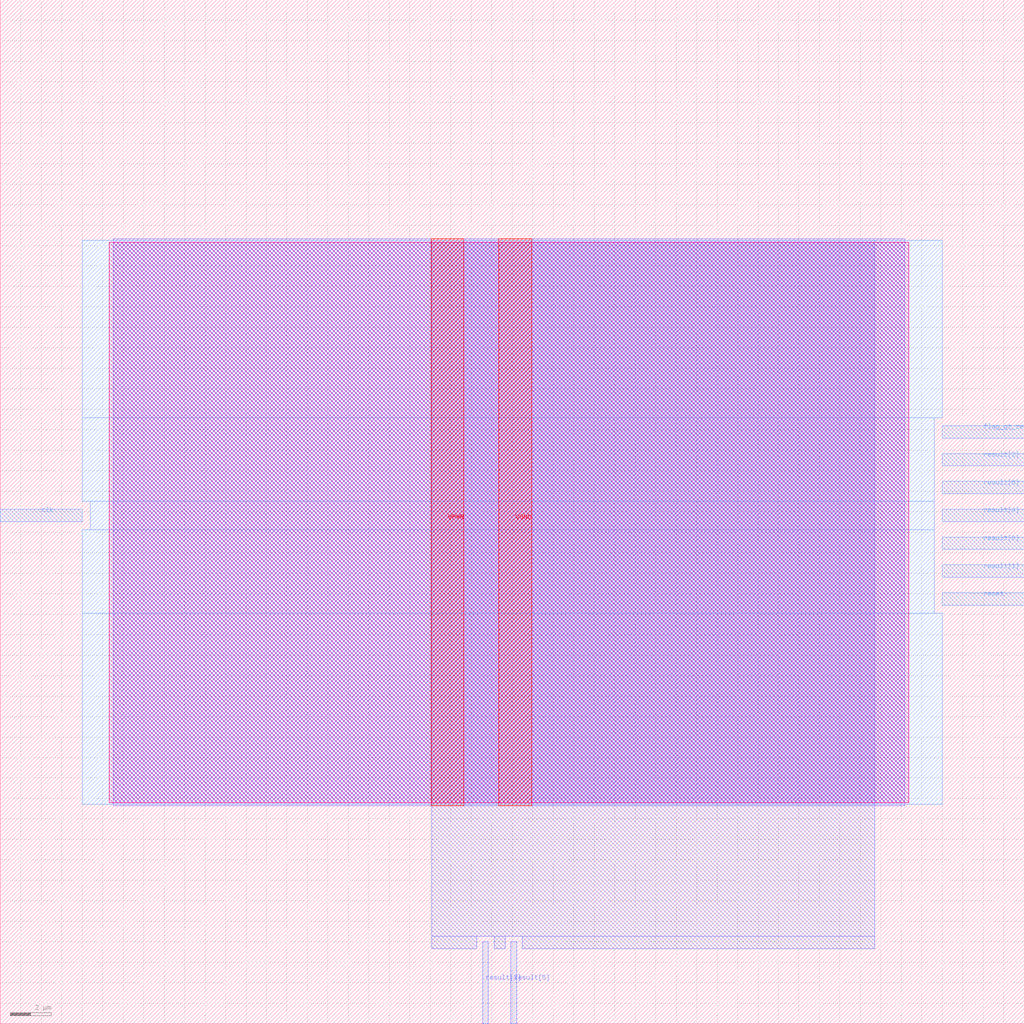
<source format=lef>
VERSION 5.7 ;
  NOWIREEXTENSIONATPIN ON ;
  DIVIDERCHAR "/" ;
  BUSBITCHARS "[]" ;
MACRO top
  CLASS BLOCK ;
  FOREIGN top ;
  ORIGIN 0.000 0.000 ;
  SIZE 50.000 BY 50.000 ;
  PIN VGND
    DIRECTION INOUT ;
    USE GROUND ;
    PORT
      LAYER met4 ;
        RECT 24.340 10.640 25.940 38.320 ;
    END
  END VGND
  PIN VPWR
    DIRECTION INOUT ;
    USE POWER ;
    PORT
      LAYER met4 ;
        RECT 21.040 10.640 22.640 38.320 ;
    END
  END VPWR
  PIN clk
    DIRECTION INPUT ;
    USE SIGNAL ;
    ANTENNAGATEAREA 0.852000 ;
    PORT
      LAYER met3 ;
        RECT 0.000 24.520 4.000 25.120 ;
    END
  END clk
  PIN flag_gt_zero
    DIRECTION OUTPUT ;
    USE SIGNAL ;
    PORT
      LAYER met3 ;
        RECT 46.000 28.600 50.000 29.200 ;
    END
  END flag_gt_zero
  PIN reset
    DIRECTION INPUT ;
    USE SIGNAL ;
    ANTENNAGATEAREA 0.196500 ;
    PORT
      LAYER met3 ;
        RECT 46.000 20.440 50.000 21.040 ;
    END
  END reset
  PIN result[0]
    DIRECTION OUTPUT ;
    USE SIGNAL ;
    ANTENNADIFFAREA 0.445500 ;
    PORT
      LAYER met3 ;
        RECT 46.000 23.160 50.000 23.760 ;
    END
  END result[0]
  PIN result[1]
    DIRECTION OUTPUT ;
    USE SIGNAL ;
    ANTENNADIFFAREA 0.445500 ;
    PORT
      LAYER met3 ;
        RECT 46.000 21.800 50.000 22.400 ;
    END
  END result[1]
  PIN result[2]
    DIRECTION OUTPUT ;
    USE SIGNAL ;
    ANTENNADIFFAREA 0.445500 ;
    PORT
      LAYER met3 ;
        RECT 46.000 27.240 50.000 27.840 ;
    END
  END result[2]
  PIN result[3]
    DIRECTION OUTPUT ;
    USE SIGNAL ;
    PORT
      LAYER met2 ;
        RECT 23.550 0.000 23.830 4.000 ;
    END
  END result[3]
  PIN result[4]
    DIRECTION OUTPUT ;
    USE SIGNAL ;
    ANTENNADIFFAREA 0.445500 ;
    PORT
      LAYER met3 ;
        RECT 46.000 24.520 50.000 25.120 ;
    END
  END result[4]
  PIN result[5]
    DIRECTION OUTPUT ;
    USE SIGNAL ;
    ANTENNADIFFAREA 0.445500 ;
    PORT
      LAYER met2 ;
        RECT 24.930 0.000 25.210 4.000 ;
    END
  END result[5]
  PIN result[6]
    DIRECTION OUTPUT ;
    USE SIGNAL ;
    ANTENNADIFFAREA 0.445500 ;
    PORT
      LAYER met3 ;
        RECT 46.000 25.880 50.000 26.480 ;
    END
  END result[6]
  OBS
      LAYER nwell ;
        RECT 5.330 10.795 44.350 38.165 ;
      LAYER li1 ;
        RECT 5.520 10.795 44.160 38.165 ;
      LAYER met1 ;
        RECT 5.520 10.640 44.160 38.320 ;
      LAYER met2 ;
        RECT 21.070 4.280 42.690 38.265 ;
        RECT 21.070 3.670 23.270 4.280 ;
        RECT 24.110 3.670 24.650 4.280 ;
        RECT 25.490 3.670 42.690 4.280 ;
      LAYER met3 ;
        RECT 4.000 29.600 46.000 38.245 ;
        RECT 4.000 25.520 45.600 29.600 ;
        RECT 4.400 24.120 45.600 25.520 ;
        RECT 4.000 20.040 45.600 24.120 ;
        RECT 4.000 10.715 46.000 20.040 ;
  END
END top
END LIBRARY


</source>
